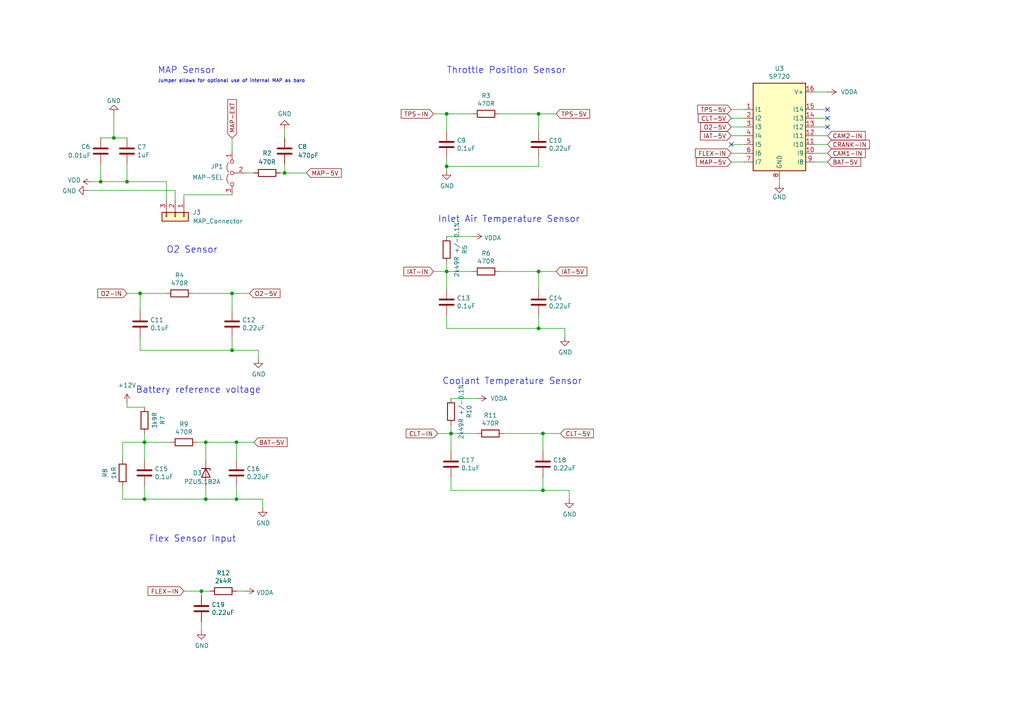
<source format=kicad_sch>
(kicad_sch (version 20211123) (generator eeschema)
  (paper "A4")
  (title_block (title "Speeduino board for Teensy 4.1") (date "2023-01-07") (rev "6") (company "Fontys Eindhoven EXPO group 13 || Speeduino") (comment 1 "Adapted from Speeduino V0.4.4c board"))
  (lib_symbols
    (symbol "Connector_Generic:Conn_01x03" (pin_names (offset 1.016) hide)
      (property "Reference" "J" (at 0 5.08 0))
      (property "Value" "Conn_01x03" (at 0 -5.08 0))
      (symbol "Conn_01x03_1_1"
        (rectangle (start -1.27 -2.413) (end 0 -2.667) (stroke (width 0.1524)))
        (rectangle (start -1.27 0.127) (end 0 -0.127) (stroke (width 0.1524)))
        (rectangle (start -1.27 2.667) (end 0 2.413) (stroke (width 0.1524)))
        (rectangle (start -1.27 3.81) (end 1.27 -3.81) (stroke (width 0.254)) (fill (type background)))
        (pin passive line (at -5.08 2.54 0) (length 3.81) (name "Pin_1") (number "1"))
        (pin passive line (at -5.08 0 0) (length 3.81) (name "Pin_2") (number "2"))
        (pin passive line (at -5.08 -2.54 0) (length 3.81) (name "Pin_3") (number "3"))
      )
    )
    (symbol "Device:C" (pin_numbers hide) (pin_names (offset 0.254))
      (property "Reference" "C" (at 0.635 2.54 0))
      (property "Value" "C" (at 0.635 -2.54 0))
      (symbol "C_0_1"
        (polyline (pts (xy -2.032 -0.762) (xy 2.032 -0.762)) (stroke (width 0.508)))
        (polyline (pts (xy -2.032 0.762) (xy 2.032 0.762)) (stroke (width 0.508)))
      )
      (symbol "C_1_1"
        (pin passive line (at 0 3.81 270) (length 2.794) (name "~") (number "1"))
        (pin passive line (at 0 -3.81 90) (length 2.794) (name "~") (number "2"))
      )
    )
    (symbol "Device:D_Zener" (pin_numbers hide) (pin_names (offset 1.016) hide)
      (property "Reference" "D" (at 0 2.54 0))
      (property "Value" "D_Zener" (at 0 -2.54 0))
      (symbol "D_Zener_0_1"
        (polyline (pts (xy 1.27 0) (xy -1.27 0)))
        (polyline (pts (xy -1.27 -1.27) (xy -1.27 1.27) (xy -0.762 1.27)) (stroke (width 0.254)))
        (polyline (pts (xy 1.27 -1.27) (xy 1.27 1.27) (xy -1.27 0) (xy 1.27 -1.27)) (stroke (width 0.254)))
      )
      (symbol "D_Zener_1_1"
        (pin passive line (at -3.81 0 0) (length 2.54) (name "K") (number "1"))
        (pin passive line (at 3.81 0 180) (length 2.54) (name "A") (number "2"))
      )
    )
    (symbol "Device:R" (pin_numbers hide) (pin_names (offset 0))
      (property "Reference" "R" (at 2.032 0 90))
      (property "Value" "R" (at 0 0 90))
      (symbol "R_0_1"
        (rectangle (start -1.016 -2.54) (end 1.016 2.54) (stroke (width 0.254)))
      )
      (symbol "R_1_1"
        (pin passive line (at 0 3.81 270) (length 1.27) (name "~") (number "1"))
        (pin passive line (at 0 -3.81 90) (length 1.27) (name "~") (number "2"))
      )
    )
    (symbol "Jumper:Jumper_3_Open" (pin_names (offset 0) hide)
      (property "Reference" "JP" (at -2.54 -2.54 0))
      (property "Value" "Jumper_3_Open" (at 0 2.794 0))
      (symbol "Jumper_3_Open_0_0"
        (circle (center -3.302 0) (radius 0.508))
        (circle (center 0 0) (radius 0.508))
        (circle (center 3.302 0) (radius 0.508))
      )
      (symbol "Jumper_3_Open_0_1"
        (arc (start -0.254 1.016) (mid -1.651 1.4992) (end -3.048 1.016))
        (polyline (pts (xy 0 -0.508) (xy 0 -1.27)))
        (arc (start 3.048 1.016) (mid 1.651 1.4992) (end 0.254 1.016))
      )
      (symbol "Jumper_3_Open_1_1"
        (pin passive line (at -6.35 0 0) (length 2.54) (name "A") (number "1"))
        (pin passive line (at 0 -3.81 90) (length 2.54) (name "C") (number "2"))
        (pin passive line (at 6.35 0 180) (length 2.54) (name "B") (number "3"))
      )
    )
    (symbol "Speeduino-lib:SP720-IC_Automotive"
      (property "Reference" "U3" (at 0 16.9418 0))
      (property "Value" "SP720-IC_Automotive" (at 0 14.6304 0))
      (symbol "SP720-IC_Automotive_0_1"
        (rectangle (start -7.62 -12.7) (end 7.62 12.7) (stroke (width 0.254)) (fill (type background)))
      )
      (symbol "SP720-IC_Automotive_1_1"
        (pin input line (at -10.16 5.08 0) (length 2.54) (name "I1") (number "1"))
        (pin input line (at 10.16 -7.62 180) (length 2.54) (name "I9") (number "10"))
        (pin input line (at 10.16 -5.08 180) (length 2.54) (name "I10") (number "11"))
        (pin input line (at 10.16 -2.54 180) (length 2.54) (name "I11") (number "12"))
        (pin input line (at 10.16 0 180) (length 2.54) (name "I12") (number "13"))
        (pin open_collector line (at 10.16 2.54 180) (length 2.54) (name "I13") (number "14"))
        (pin input line (at 10.16 5.08 180) (length 2.54) (name "I14") (number "15"))
        (pin power_in line (at 10.16 10.16 180) (length 2.54) (name "V+") (number "16"))
        (pin input line (at -10.16 2.54 0) (length 2.54) (name "I2") (number "2"))
        (pin input line (at -10.16 0 0) (length 2.54) (name "I3") (number "3"))
        (pin input line (at -10.16 -2.54 0) (length 2.54) (name "I4") (number "4"))
        (pin input line (at -10.16 -5.08 0) (length 2.54) (name "I5") (number "5"))
        (pin input line (at -10.16 -7.62 0) (length 2.54) (name "I6") (number "6"))
        (pin input line (at -10.16 -10.16 0) (length 2.54) (name "I7") (number "7"))
        (pin power_in line (at 0 -15.24 90) (length 2.54) (name "GND") (number "8"))
        (pin input line (at 10.16 -10.16 180) (length 2.54) (name "I8") (number "9"))
      )
    )
    (symbol "power:+12V" (power) (pin_names (offset 0))
      (property "Value" "+12V" (at 0 3.556 0))
      (symbol "+12V_0_1"
        (polyline (pts (xy -0.762 1.27) (xy 0 2.54)))
        (polyline (pts (xy 0 0) (xy 0 2.54)))
        (polyline (pts (xy 0 2.54) (xy 0.762 1.27)))
      )
      (symbol "+12V_1_1"
        (pin power_in line (at 0 0 90) (length 0) hide (name "+12V") (number "1"))
      )
    )
    (symbol "power:GND" (power) (pin_names (offset 0))
      (property "Value" "GND" (at 0 -3.81 0))
      (symbol "GND_0_1"
        (polyline (pts (xy 0 0) (xy 0 -1.27) (xy 1.27 -1.27) (xy 0 -2.54) (xy -1.27 -1.27) (xy 0 -1.27)))
      )
      (symbol "GND_1_1"
        (pin power_in line (at 0 0 270) (length 0) hide (name "GND") (number "1"))
      )
    )
    (symbol "power:VDD" (power) (pin_names (offset 0))
      (property "Value" "VDD" (at 0 3.81 0))
      (symbol "VDD_0_1"
        (polyline (pts (xy -0.762 1.27) (xy 0 2.54)))
        (polyline (pts (xy 0 0) (xy 0 2.54)))
        (polyline (pts (xy 0 2.54) (xy 0.762 1.27)))
      )
      (symbol "VDD_1_1"
        (pin power_in line (at 0 0 90) (length 0) hide (name "VDD") (number "1"))
      )
    )
    (symbol "power:VDDA" (power) (pin_names (offset 0))
      (property "Value" "VDDA" (at 0 3.81 0))
      (symbol "VDDA_0_1"
        (polyline (pts (xy -0.762 1.27) (xy 0 2.54)))
        (polyline (pts (xy 0 0) (xy 0 2.54)))
        (polyline (pts (xy 0 2.54) (xy 0.762 1.27)))
      )
      (symbol "VDDA_1_1"
        (pin power_in line (at 0 0 90) (length 0) hide (name "VDDA") (number "1"))
      )
    )
  )
  (junction (at 156.21 95.25))
  (junction (at 129.54 78.74))
  (junction (at 58.42 171.45))
  (junction (at 36.83 52.705))
  (junction (at 68.58 128.27))
  (junction (at 41.91 144.78))
  (junction (at 156.21 78.74))
  (junction (at 59.69 144.78))
  (junction (at 67.31 85.09))
  (junction (at 157.48 142.24))
  (junction (at 157.48 125.73))
  (junction (at 82.55 50.165))
  (junction (at 29.21 52.705))
  (junction (at 41.91 128.27))
  (junction (at 59.69 128.27))
  (junction (at 67.31 101.6))
  (junction (at 129.54 33.02))
  (junction (at 156.21 33.02))
  (junction (at 33.02 40.005))
  (junction (at 130.81 125.73))
  (junction (at 40.64 85.09))
  (junction (at 129.54 48.26))
  (junction (at 68.58 144.78))
  (no_connect (at 240.03 34.29))
  (no_connect (at 240.03 31.75))
  (no_connect (at 240.03 36.83))
  (no_connect (at 212.09 41.91))
  (wire (pts (xy 40.64 101.6) (xy 67.31 101.6)))
  (wire (pts (xy 59.69 128.27) (xy 68.58 128.27)))
  (wire (pts (xy 130.81 138.43) (xy 130.81 142.24)))
  (wire (pts (xy 58.42 172.72) (xy 58.42 171.45)))
  (wire (pts (xy 48.26 57.785) (xy 48.26 52.705)))
  (wire (pts (xy 156.21 78.74) (xy 156.21 83.82)))
  (wire (pts (xy 129.54 45.72) (xy 129.54 48.26)))
  (wire (pts (xy 67.31 97.79) (xy 67.31 101.6)))
  (wire (pts (xy 212.09 41.91) (xy 215.9 41.91)))
  (wire (pts (xy 163.83 95.25) (xy 163.83 97.79)))
  (wire (pts (xy 236.22 39.37) (xy 240.03 39.37)))
  (wire (pts (xy 48.26 52.705) (xy 36.83 52.705)))
  (wire (pts (xy 74.93 101.6) (xy 74.93 104.14)))
  (wire (pts (xy 162.56 125.73) (xy 157.48 125.73)))
  (wire (pts (xy 129.54 95.25) (xy 156.21 95.25)))
  (wire (pts (xy 129.54 33.02) (xy 137.16 33.02)))
  (wire (pts (xy 156.21 91.44) (xy 156.21 95.25)))
  (wire (pts (xy 59.69 140.97) (xy 59.69 144.78)))
  (wire (pts (xy 212.09 36.83) (xy 215.9 36.83)))
  (wire (pts (xy 68.58 128.27) (xy 68.58 133.35)))
  (wire (pts (xy 25.4 55.245) (xy 50.8 55.245)))
  (wire (pts (xy 50.8 55.245) (xy 50.8 57.785)))
  (wire (pts (xy 129.54 48.26) (xy 129.54 49.53)))
  (wire (pts (xy 215.9 44.45) (xy 212.09 44.45)))
  (wire (pts (xy 40.64 97.79) (xy 40.64 101.6)))
  (wire (pts (xy 36.83 52.705) (xy 36.83 47.625)))
  (wire (pts (xy 129.54 83.82) (xy 129.54 78.74)))
  (wire (pts (xy 36.83 118.11) (xy 41.91 118.11)))
  (wire (pts (xy 156.21 45.72) (xy 156.21 48.26)))
  (wire (pts (xy 240.03 31.75) (xy 236.22 31.75)))
  (wire (pts (xy 68.58 144.78) (xy 76.2 144.78)))
  (wire (pts (xy 129.54 76.2) (xy 129.54 78.74)))
  (wire (pts (xy 156.21 38.1) (xy 156.21 33.02)))
  (wire (pts (xy 53.34 57.785) (xy 53.34 56.515)))
  (wire (pts (xy 35.56 133.35) (xy 35.56 128.27)))
  (wire (pts (xy 40.64 85.09) (xy 48.26 85.09)))
  (wire (pts (xy 71.12 50.165) (xy 73.66 50.165)))
  (wire (pts (xy 138.43 115.57) (xy 130.81 115.57)))
  (wire (pts (xy 35.56 144.78) (xy 41.91 144.78)))
  (wire (pts (xy 29.21 52.705) (xy 36.83 52.705)))
  (wire (pts (xy 26.67 52.705) (xy 29.21 52.705)))
  (wire (pts (xy 36.83 85.09) (xy 40.64 85.09)))
  (wire (pts (xy 76.2 144.78) (xy 76.2 147.32)))
  (wire (pts (xy 144.78 78.74) (xy 156.21 78.74)))
  (wire (pts (xy 58.42 171.45) (xy 53.34 171.45)))
  (wire (pts (xy 41.91 125.73) (xy 41.91 128.27)))
  (wire (pts (xy 157.48 138.43) (xy 157.48 142.24)))
  (wire (pts (xy 129.54 38.1) (xy 129.54 33.02)))
  (wire (pts (xy 33.02 33.02) (xy 33.02 40.005)))
  (wire (pts (xy 41.91 133.35) (xy 41.91 128.27)))
  (wire (pts (xy 68.58 171.45) (xy 71.12 171.45)))
  (wire (pts (xy 68.58 140.97) (xy 68.58 144.78)))
  (wire (pts (xy 130.81 142.24) (xy 157.48 142.24)))
  (wire (pts (xy 240.03 26.67) (xy 236.22 26.67)))
  (wire (pts (xy 33.02 40.005) (xy 36.83 40.005)))
  (wire (pts (xy 35.56 140.97) (xy 35.56 144.78)))
  (wire (pts (xy 82.55 50.165) (xy 82.55 47.625)))
  (wire (pts (xy 226.06 53.34) (xy 226.06 52.07)))
  (wire (pts (xy 73.66 128.27) (xy 68.58 128.27)))
  (wire (pts (xy 125.73 33.02) (xy 129.54 33.02)))
  (wire (pts (xy 236.22 44.45) (xy 240.03 44.45)))
  (wire (pts (xy 236.22 34.29) (xy 240.03 34.29)))
  (wire (pts (xy 81.28 50.165) (xy 82.55 50.165)))
  (wire (pts (xy 41.91 128.27) (xy 49.53 128.27)))
  (wire (pts (xy 59.69 144.78) (xy 68.58 144.78)))
  (wire (pts (xy 82.55 50.165) (xy 88.9 50.165)))
  (wire (pts (xy 157.48 142.24) (xy 165.1 142.24)))
  (wire (pts (xy 60.96 171.45) (xy 58.42 171.45)))
  (wire (pts (xy 58.42 182.88) (xy 58.42 180.34)))
  (wire (pts (xy 29.21 40.005) (xy 33.02 40.005)))
  (wire (pts (xy 36.83 116.84) (xy 36.83 118.11)))
  (wire (pts (xy 212.09 46.99) (xy 215.9 46.99)))
  (wire (pts (xy 67.31 101.6) (xy 74.93 101.6)))
  (wire (pts (xy 161.29 78.74) (xy 156.21 78.74)))
  (wire (pts (xy 165.1 142.24) (xy 165.1 144.78)))
  (wire (pts (xy 157.48 125.73) (xy 157.48 130.81)))
  (wire (pts (xy 53.34 56.515) (xy 67.31 56.515)))
  (wire (pts (xy 129.54 91.44) (xy 129.54 95.25)))
  (wire (pts (xy 35.56 128.27) (xy 41.91 128.27)))
  (wire (pts (xy 82.55 40.005) (xy 82.55 37.465)))
  (wire (pts (xy 156.21 33.02) (xy 161.29 33.02)))
  (wire (pts (xy 215.9 34.29) (xy 212.09 34.29)))
  (wire (pts (xy 40.64 90.17) (xy 40.64 85.09)))
  (wire (pts (xy 67.31 40.005) (xy 67.31 43.815)))
  (wire (pts (xy 240.03 41.91) (xy 236.22 41.91)))
  (wire (pts (xy 215.9 39.37) (xy 212.09 39.37)))
  (wire (pts (xy 72.39 85.09) (xy 67.31 85.09)))
  (wire (pts (xy 130.81 123.19) (xy 130.81 125.73)))
  (wire (pts (xy 41.91 144.78) (xy 59.69 144.78)))
  (wire (pts (xy 57.15 128.27) (xy 59.69 128.27)))
  (wire (pts (xy 137.16 68.58) (xy 129.54 68.58)))
  (wire (pts (xy 130.81 125.73) (xy 138.43 125.73)))
  (wire (pts (xy 41.91 140.97) (xy 41.91 144.78)))
  (wire (pts (xy 212.09 31.75) (xy 215.9 31.75)))
  (wire (pts (xy 240.03 46.99) (xy 236.22 46.99)))
  (wire (pts (xy 67.31 85.09) (xy 67.31 90.17)))
  (wire (pts (xy 146.05 125.73) (xy 157.48 125.73)))
  (wire (pts (xy 127 125.73) (xy 130.81 125.73)))
  (wire (pts (xy 125.73 78.74) (xy 129.54 78.74)))
  (wire (pts (xy 29.21 52.705) (xy 29.21 47.625)))
  (wire (pts (xy 129.54 78.74) (xy 137.16 78.74)))
  (wire (pts (xy 240.03 36.83) (xy 236.22 36.83)))
  (wire (pts (xy 59.69 133.35) (xy 59.69 128.27)))
  (wire (pts (xy 156.21 95.25) (xy 163.83 95.25)))
  (wire (pts (xy 129.54 48.26) (xy 156.21 48.26)))
  (wire (pts (xy 55.88 85.09) (xy 67.31 85.09)))
  (wire (pts (xy 144.78 33.02) (xy 156.21 33.02)))
  (wire (pts (xy 130.81 130.81) (xy 130.81 125.73)))
  (text "Coolant Temperature Sensor" (at 128.27 111.76 0) (effects (font (size 1.8796 1.8796)) (justify left bottom)))
  (text "Battery reference voltage" (at 39.37 114.3 0) (effects (font (size 1.8796 1.8796)) (justify left bottom)))
  (text "Inlet Air Temperature Sensor" (at 127 64.77 0) (effects (font (size 1.8796 1.8796)) (justify left bottom)))
  (text "Flex Sensor Input" (at 43.18 157.48 0) (effects (font (size 1.8796 1.8796)) (justify left bottom)))
  (text "O2 Sensor" (at 48.26 73.66 0) (effects (font (size 1.8796 1.8796)) (justify left bottom)))
  (text "Jumper allows for optional use of internal MAP as baro" (at 45.72 24.13 0) (effects (font (size 0.9906 0.9906)) (justify left bottom)))
  (text "Throttle Position Sensor" (at 129.54 21.59 0) (effects (font (size 1.8796 1.8796)) (justify left bottom)))
  (text "MAP Sensor" (at 45.72 21.59 0) (effects (font (size 1.8796 1.8796)) (justify left bottom)))
  (global_label "O2-5V" (shape input) (at 72.39 85.09 0) (property "Intersheet References" "${INTERSHEET_REFS}" (effects hide)))
  (global_label "FLEX-IN" (shape input) (at 53.34 171.45 180) (property "Intersheet References" "${INTERSHEET_REFS}" (effects hide)))
  (global_label "IAT-5V" (shape input) (at 161.29 78.74 0) (property "Intersheet References" "${INTERSHEET_REFS}" (effects hide)))
  (global_label "TPS-5V" (shape input) (at 212.09 31.75 180) (property "Intersheet References" "${INTERSHEET_REFS}" (effects hide)))
  (global_label "FLEX-IN" (shape input) (at 212.09 44.45 180) (property "Intersheet References" "${INTERSHEET_REFS}" (effects hide)))
  (global_label "CLT-5V" (shape input) (at 162.56 125.73 0) (property "Intersheet References" "${INTERSHEET_REFS}" (effects hide)))
  (global_label "CAM2-IN" (shape input) (at 240.03 39.37 0) (property "Intersheet References" "${INTERSHEET_REFS}" (effects hide)))
  (global_label "CLT-IN" (shape input) (at 127 125.73 180) (property "Intersheet References" "${INTERSHEET_REFS}" (effects hide)))
  (global_label "MAP-5V" (shape input) (at 212.09 46.99 180) (property "Intersheet References" "${INTERSHEET_REFS}" (effects hide)))
  (global_label "IAT-IN" (shape input) (at 125.73 78.74 180) (property "Intersheet References" "${INTERSHEET_REFS}" (effects hide)))
  (global_label "BAT-5V" (shape input) (at 73.66 128.27 0) (property "Intersheet References" "${INTERSHEET_REFS}" (effects hide)))
  (global_label "O2-5V" (shape input) (at 212.09 36.83 180) (property "Intersheet References" "${INTERSHEET_REFS}" (effects hide)))
  (global_label "CRANK-IN" (shape input) (at 240.03 41.91 0) (property "Intersheet References" "${INTERSHEET_REFS}" (effects hide)))
  (global_label "CAM1-IN" (shape input) (at 240.03 44.45 0) (property "Intersheet References" "${INTERSHEET_REFS}" (effects hide)))
  (global_label "MAP-EXT" (shape input) (at 67.31 40.005 90) (property "Intersheet References" "${INTERSHEET_REFS}" (effects hide)))
  (global_label "TPS-IN" (shape input) (at 125.73 33.02 180) (property "Intersheet References" "${INTERSHEET_REFS}" (effects hide)))
  (global_label "CLT-5V" (shape input) (at 212.09 34.29 180) (property "Intersheet References" "${INTERSHEET_REFS}" (effects hide)))
  (global_label "O2-IN" (shape input) (at 36.83 85.09 180) (property "Intersheet References" "${INTERSHEET_REFS}" (effects hide)))
  (global_label "MAP-5V" (shape input) (at 88.9 50.165 0) (property "Intersheet References" "${INTERSHEET_REFS}" (effects hide)))
  (global_label "BAT-5V" (shape input) (at 240.03 46.99 0) (property "Intersheet References" "${INTERSHEET_REFS}" (effects hide)))
  (global_label "IAT-5V" (shape input) (at 212.09 39.37 180) (property "Intersheet References" "${INTERSHEET_REFS}" (effects hide)))
  (global_label "TPS-5V" (shape input) (at 161.29 33.02 0) (property "Intersheet References" "${INTERSHEET_REFS}" (effects hide)))
  (symbol (lib_id "power:GND") (at 25.4 55.245 270) (unit 1)
    (property "Reference" "#PWR0143" (effects hide))
    (property "Value" "GND" (at 22.1488 55.372 90) (effects (justify right)))
  )
  (symbol (lib_id "Device:C") (at 29.21 43.815 0) (unit 1)
    (property "Reference" "C6" (at 23.495 42.545 0) (effects (justify left)))
    (property "Value" "0.01uF" (at 19.685 45.085 0) (effects (justify left)))
    (property "Footprint" "Capacitor_SMD:C_0805_2012Metric" (effects hide))
    (property "Digikey Part Number" "3019937" (effects hide))
    (property "Manufacturer_Name" "Yageo" (effects hide))
    (property "Manufacturer_Part_Number" "CC0805KRX7R9BB103" (effects hide))
    (property "URL" "https://nl.farnell.com/yageo/cc0805krx7r9bb103/cap-0-01-f-50v-10-x7r-0805/dp/3019937" (effects hide))
  )
  (symbol (lib_id "Device:C") (at 36.83 43.815 0) (unit 1)
    (property "Reference" "C7" (at 39.751 42.6466 0) (effects (justify left)))
    (property "Value" "1uF" (at 39.751 44.958 0) (effects (justify left)))
    (property "Footprint" "Capacitor_SMD:C_0805_2012Metric" (effects hide))
    (property "Digikey Part Number" "3369302" (effects hide))
    (property "Manufacturer_Name" "Yageo" (effects hide))
    (property "Manufacturer_Part_Number" "CC0805KKX7R7BB105" (effects hide))
    (property "URL" "https://nl.farnell.com/yageo/cc0805kkx7r7bb105/cap-1uf-16v-mlcc-0805/dp/3369302?st=cc0805kkx7r7bb105" (effects hide))
  )
  (symbol (lib_id "Speeduino-lib:SP720-IC_Automotive") (at 226.06 36.83 0) (unit 1)
    (property "Reference" "U3" (at 226.06 19.8882 0))
    (property "Value" "SP720" (at 226.06 22.1996 0))
    (property "Footprint" "Package_SO:SOIC-16_3.9x9.9mm_P1.27mm" (effects hide))
    (property "Digikey Part Number" "1869378" (effects hide))
    (property "Manufacturer_Name" "Littelfuse" (effects hide))
    (property "Manufacturer_Part_Number" "SP720ABG" (effects hide))
    (property "URL" "https://nl.farnell.com/littelfuse/sp720abg/diode-tvs-esd-14-ch-16soic/dp/1869378?st=sp720" (effects hide))
  )
  (symbol (lib_id "Device:R") (at 52.07 85.09 270) (unit 1)
    (property "Reference" "R4" (at 52.07 79.8322 90))
    (property "Value" "470R" (at 52.07 82.1436 90))
    (property "Footprint" "Resistor_SMD:R_0805_2012Metric" (effects hide))
    (property "Manufacturer_Name" "Walsin" (effects hide))
    (property "Manufacturer_Part_Number" "WF08P4700FTL" (effects hide))
    (property "URL" "https://nl.farnell.com/walsin/wf08p4700ftl/res-470r-1-0-25w-0805-thick-film/dp/2670094" (effects hide))
    (property "Digikey Part Number" "2670094" (effects hide))
  )
  (symbol (lib_id "Device:C") (at 67.31 93.98 0) (unit 1)
    (property "Reference" "C12" (at 70.231 92.8116 0) (effects (justify left)))
    (property "Value" "0.22uF" (at 70.231 95.123 0) (effects (justify left)))
    (property "Footprint" "Capacitor_SMD:C_0805_2012Metric" (effects hide))
    (property "Digikey Part Number" "3881054" (effects hide))
    (property "Manufacturer_Name" "Walsin" (effects hide))
    (property "Manufacturer_Part_Number" "0805B224M160CP" (effects hide))
    (property "URL" "https://nl.farnell.com/walsin/0805b224m160cp/cap-0-22uf-16v-mlcc-0805/dp/3881054" (effects hide))
  )
  (symbol (lib_id "Device:C") (at 40.64 93.98 0) (unit 1)
    (property "Reference" "C11" (at 43.561 92.8116 0) (effects (justify left)))
    (property "Value" "0.1uF" (at 43.561 95.123 0) (effects (justify left)))
    (property "Footprint" "Capacitor_SMD:C_0805_2012Metric" (effects hide))
    (property "Digikey Part Number" "3296136" (effects hide))
    (property "Manufacturer_Name" "Vishay" (effects hide))
    (property "Manufacturer_Part_Number" "VJ0805Y104KXAPW1BC" (effects hide))
    (property "URL" "https://nl.farnell.com/vishay/vj0805y104kxapw1bc/cap-0-1uf-50v-mlcc-0805/dp/3296136" (effects hide))
  )
  (symbol (lib_id "power:GND") (at 74.93 104.14 0) (unit 1)
    (property "Reference" "#PWR0151" (effects hide))
    (property "Value" "GND" (at 75.057 108.5342 0))
  )
  (symbol (lib_id "Device:R") (at 140.97 33.02 270) (unit 1)
    (property "Reference" "R3" (at 140.97 27.7622 90))
    (property "Value" "470R" (at 140.97 30.0736 90))
    (property "Footprint" "Resistor_SMD:R_0805_2012Metric" (effects hide))
    (property "Manufacturer_Name" "Walsin" (effects hide))
    (property "Manufacturer_Part_Number" "WF08P4700FTL" (effects hide))
    (property "URL" "https://nl.farnell.com/walsin/wf08p4700ftl/res-470r-1-0-25w-0805-thick-film/dp/2670094" (effects hide))
    (property "Digikey Part Number" "2670094" (effects hide))
  )
  (symbol (lib_id "Device:C") (at 129.54 41.91 0) (unit 1)
    (property "Reference" "C9" (at 132.461 40.7416 0) (effects (justify left)))
    (property "Value" "0.1uF" (at 132.461 43.053 0) (effects (justify left)))
    (property "Footprint" "Capacitor_SMD:C_0805_2012Metric" (effects hide))
    (property "Digikey Part Number" "3296136" (effects hide))
    (property "Manufacturer_Name" "Vishay" (effects hide))
    (property "Manufacturer_Part_Number" "VJ0805Y104KXAPW1BC" (effects hide))
    (property "URL" "https://nl.farnell.com/vishay/vj0805y104kxapw1bc/cap-0-1uf-50v-mlcc-0805/dp/3296136" (effects hide))
  )
  (symbol (lib_id "power:GND") (at 129.54 49.53 0) (unit 1)
    (property "Reference" "#PWR0146" (effects hide))
    (property "Value" "GND" (at 129.667 53.9242 0))
  )
  (symbol (lib_id "Device:R") (at 140.97 78.74 270) (unit 1)
    (property "Reference" "R6" (at 140.97 73.4822 90))
    (property "Value" "470R" (at 140.97 75.7936 90))
    (property "Footprint" "Resistor_SMD:R_0805_2012Metric" (effects hide))
    (property "Manufacturer_Name" "Walsin" (effects hide))
    (property "Manufacturer_Part_Number" "WF08P4700FTL" (effects hide))
    (property "URL" "https://nl.farnell.com/walsin/wf08p4700ftl/res-470r-1-0-25w-0805-thick-film/dp/2670094" (effects hide))
    (property "Digikey Part Number" "2670094" (effects hide))
  )
  (symbol (lib_id "Device:C") (at 156.21 87.63 0) (unit 1)
    (property "Reference" "C14" (at 159.131 86.4616 0) (effects (justify left)))
    (property "Value" "0.22uF" (at 159.131 88.773 0) (effects (justify left)))
    (property "Footprint" "Capacitor_SMD:C_0805_2012Metric" (effects hide))
    (property "Digikey Part Number" "3881054" (effects hide))
    (property "Manufacturer_Name" "Walsin" (effects hide))
    (property "Manufacturer_Part_Number" "0805B224M160CP" (effects hide))
    (property "URL" "https://nl.farnell.com/walsin/0805b224m160cp/cap-0-22uf-16v-mlcc-0805/dp/3881054" (effects hide))
  )
  (symbol (lib_id "Device:C") (at 129.54 87.63 0) (unit 1)
    (property "Reference" "C13" (at 132.461 86.4616 0) (effects (justify left)))
    (property "Value" "0.1uF" (at 132.461 88.773 0) (effects (justify left)))
    (property "Footprint" "Capacitor_SMD:C_0805_2012Metric" (effects hide))
    (property "Digikey Part Number" "3296136" (effects hide))
    (property "Manufacturer_Name" "Vishay" (effects hide))
    (property "Manufacturer_Part_Number" "VJ0805Y104KXAPW1BC" (effects hide))
    (property "URL" "https://nl.farnell.com/vishay/vj0805y104kxapw1bc/cap-0-1uf-50v-mlcc-0805/dp/3296136" (effects hide))
  )
  (symbol (lib_id "power:GND") (at 163.83 97.79 0) (unit 1)
    (property "Reference" "#PWR0148" (effects hide))
    (property "Value" "GND" (at 163.957 102.1842 0))
  )
  (symbol (lib_id "Device:R") (at 129.54 72.39 180) (unit 1)
    (property "Reference" "R5" (at 134.7978 72.39 90))
    (property "Value" "2k49R +/-0.1%" (at 132.4864 72.39 90))
    (property "Footprint" "Resistor_SMD:R_0805_2012Metric" (effects hide))
    (property "Digikey Part Number" "4014068" (effects hide))
    (property "Manufacturer_Name" "Yageo" (effects hide))
    (property "Manufacturer_Part_Number" "RT0805BRD072K49L" (effects hide))
    (property "URL" "https://nl.farnell.com/yageo/rt0805brd072k49l/res-2k49-0-1-0-125w-thin-film/dp/4014068" (effects hide))
  )
  (symbol (lib_id "power:VDDA") (at 137.16 68.58 270) (unit 1)
    (property "Reference" "#PWR0149" (effects hide))
    (property "Value" "VDDA" (at 140.4112 69.0118 90) (effects (justify left)))
  )
  (symbol (lib_id "Device:R") (at 142.24 125.73 270) (unit 1)
    (property "Reference" "R11" (at 142.24 120.4722 90))
    (property "Value" "470R" (at 142.24 122.7836 90))
    (property "Footprint" "Resistor_SMD:R_0805_2012Metric" (effects hide))
    (property "Manufacturer_Name" "Walsin" (effects hide))
    (property "Manufacturer_Part_Number" "WF08P4700FTL" (effects hide))
    (property "URL" "https://nl.farnell.com/walsin/wf08p4700ftl/res-470r-1-0-25w-0805-thick-film/dp/2670094" (effects hide))
    (property "Digikey Part Number" "2670094" (effects hide))
  )
  (symbol (lib_id "Device:C") (at 157.48 134.62 0) (unit 1)
    (property "Reference" "C18" (at 160.401 133.4516 0) (effects (justify left)))
    (property "Value" "0.22uF" (at 160.401 135.763 0) (effects (justify left)))
    (property "Footprint" "Capacitor_SMD:C_0805_2012Metric" (effects hide))
    (property "Digikey Part Number" "3881054" (effects hide))
    (property "Manufacturer_Name" "Walsin" (effects hide))
    (property "Manufacturer_Part_Number" "0805B224M160CP" (effects hide))
    (property "URL" "https://nl.farnell.com/walsin/0805b224m160cp/cap-0-22uf-16v-mlcc-0805/dp/3881054" (effects hide))
  )
  (symbol (lib_id "Device:C") (at 130.81 134.62 0) (unit 1)
    (property "Reference" "C17" (at 133.731 133.4516 0) (effects (justify left)))
    (property "Value" "0.1uF" (at 133.731 135.763 0) (effects (justify left)))
    (property "Footprint" "Capacitor_SMD:C_0805_2012Metric" (effects hide))
    (property "Digikey Part Number" "3296136" (effects hide))
    (property "Manufacturer_Name" "Vishay" (effects hide))
    (property "Manufacturer_Part_Number" "VJ0805Y104KXAPW1BC" (effects hide))
    (property "URL" "https://nl.farnell.com/vishay/vj0805y104kxapw1bc/cap-0-1uf-50v-mlcc-0805/dp/3296136" (effects hide))
  )
  (symbol (lib_id "power:GND") (at 165.1 144.78 0) (unit 1)
    (property "Reference" "#PWR0141" (effects hide))
    (property "Value" "GND" (at 165.227 149.1742 0))
  )
  (symbol (lib_id "Device:R") (at 130.81 119.38 180) (unit 1)
    (property "Reference" "R10" (at 136.0678 119.38 90))
    (property "Value" "2k49R +/-0.1%" (at 133.7564 119.38 90))
    (property "Footprint" "Resistor_SMD:R_0805_2012Metric" (effects hide))
    (property "Digikey Part Number" "4014068" (effects hide))
    (property "Manufacturer_Name" "Yageo" (effects hide))
    (property "Manufacturer_Part_Number" "RT0805BRD072K49L" (effects hide))
    (property "URL" "https://nl.farnell.com/yageo/rt0805brd072k49l/res-2k49-0-1-0-125w-thin-film/dp/4014068" (effects hide))
  )
  (symbol (lib_id "Device:R") (at 53.34 128.27 270) (unit 1)
    (property "Reference" "R9" (at 53.34 123.0122 90))
    (property "Value" "470R" (at 53.34 125.3236 90))
    (property "Footprint" "Resistor_SMD:R_0805_2012Metric" (effects hide))
    (property "Manufacturer_Name" "Walsin" (effects hide))
    (property "Manufacturer_Part_Number" "WF08P4700FTL" (effects hide))
    (property "URL" "https://nl.farnell.com/walsin/wf08p4700ftl/res-470r-1-0-25w-0805-thick-film/dp/2670094" (effects hide))
    (property "Digikey Part Number" "2670094" (effects hide))
  )
  (symbol (lib_id "Device:C") (at 68.58 137.16 0) (unit 1)
    (property "Reference" "C16" (at 71.501 135.9916 0) (effects (justify left)))
    (property "Value" "0.22uF" (at 71.501 138.303 0) (effects (justify left)))
    (property "Footprint" "Capacitor_SMD:C_0805_2012Metric" (effects hide))
    (property "Digikey Part Number" "3881054" (effects hide))
    (property "Manufacturer_Name" "Walsin" (effects hide))
    (property "Manufacturer_Part_Number" "0805B224M160CP" (effects hide))
    (property "URL" "https://nl.farnell.com/walsin/0805b224m160cp/cap-0-22uf-16v-mlcc-0805/dp/3881054" (effects hide))
  )
  (symbol (lib_id "Device:C") (at 41.91 137.16 0) (unit 1)
    (property "Reference" "C15" (at 44.831 135.9916 0) (effects (justify left)))
    (property "Value" "0.1uF" (at 44.831 138.303 0) (effects (justify left)))
    (property "Footprint" "Capacitor_SMD:C_0805_2012Metric" (effects hide))
    (property "Digikey Part Number" "3296136" (effects hide))
    (property "Manufacturer_Name" "Vishay" (effects hide))
    (property "Manufacturer_Part_Number" "VJ0805Y104KXAPW1BC" (effects hide))
    (property "URL" "https://nl.farnell.com/vishay/vj0805y104kxapw1bc/cap-0-1uf-50v-mlcc-0805/dp/3296136" (effects hide))
  )
  (symbol (lib_id "power:GND") (at 76.2 147.32 0) (unit 1)
    (property "Reference" "#PWR0140" (effects hide))
    (property "Value" "GND" (at 76.327 151.7142 0))
  )
  (symbol (lib_id "Device:R") (at 41.91 121.92 180) (unit 1)
    (property "Reference" "R7" (at 47.1678 121.92 90))
    (property "Value" "3k9R" (at 44.8564 121.92 90))
    (property "Footprint" "Resistor_SMD:R_0805_2012Metric" (effects hide))
    (property "Digikey Part Number" "2447654" (effects hide))
    (property "Manufacturer_Name" "Multicomp" (effects hide))
    (property "Manufacturer_Part_Number" "MCWR08X3901FTL" (effects hide))
    (property "URL" "https://nl.farnell.com/multicomp/mcwr08x3901ftl/res-3k9-1-0-125w-thick-film/dp/2447654" (effects hide))
  )
  (symbol (lib_id "Device:R") (at 35.56 137.16 180) (unit 1)
    (property "Reference" "R8" (at 30.48 137.16 90))
    (property "Value" "1kR" (at 33.02 137.16 90))
    (property "Footprint" "Resistor_SMD:R_0402_1005Metric" (effects hide))
    (property "Digikey Part Number" "2502798" (effects hide))
    (property "Manufacturer_Name" "Walsin" (effects hide))
    (property "Manufacturer_Part_Number" "WF04P1001FTL" (effects hide))
    (property "URL" "https://nl.farnell.com/walsin/wf04p1001ftl/res-1k-1-50v-0402-thick-film/dp/2502798" (effects hide))
  )
  (symbol (lib_id "Device:R") (at 64.77 171.45 270) (unit 1)
    (property "Reference" "R12" (at 64.77 166.1922 90))
    (property "Value" "2k4R" (at 64.77 168.5036 90))
    (property "Footprint" "Resistor_SMD:R_0805_2012Metric" (effects hide))
    (property "Digikey Part Number" "2447625" (effects hide))
    (property "Manufacturer_Name" "Multicomp" (effects hide))
    (property "Manufacturer_Part_Number" "MCWR08X2401FTL" (effects hide))
    (property "URL" "https://nl.farnell.com/multicomp/mcwr08x2401ftl/res-2k4-1-0-125w-thick-film/dp/2447625" (effects hide))
  )
  (symbol (lib_id "Device:C") (at 58.42 176.53 0) (unit 1)
    (property "Reference" "C19" (at 61.341 175.3616 0) (effects (justify left)))
    (property "Value" "0.22uF" (at 61.341 177.673 0) (effects (justify left)))
    (property "Footprint" "Capacitor_SMD:C_0805_2012Metric" (effects hide))
    (property "Digikey Part Number" "3881054" (effects hide))
    (property "Manufacturer_Name" "Walsin" (effects hide))
    (property "Manufacturer_Part_Number" "0805B224M160CP" (effects hide))
    (property "URL" "https://nl.farnell.com/walsin/0805b224m160cp/cap-0-22uf-16v-mlcc-0805/dp/3881054" (effects hide))
  )
  (symbol (lib_id "power:GND") (at 58.42 182.88 0) (unit 1)
    (property "Reference" "#PWR0138" (effects hide))
    (property "Value" "GND" (at 58.547 187.2742 0))
  )
  (symbol (lib_id "power:VDD") (at 26.67 52.705 90) (unit 1)
    (property "Reference" "#PWR0144" (effects hide))
    (property "Value" "VDD" (at 23.4442 52.2478 90) (effects (justify left)))
  )
  (symbol (lib_id "power:VDDA") (at 71.12 171.45 270) (unit 1)
    (property "Reference" "#PWR0139" (effects hide))
    (property "Value" "VDDA" (at 74.3712 171.8818 90) (effects (justify left)))
  )
  (symbol (lib_id "Device:D_Zener") (at 59.69 137.16 270) (unit 1)
    (property "Reference" "D3" (at 55.88 137.16 90) (effects (justify left)))
    (property "Value" "PZU5.1B2A" (at 53.34 139.7 90) (effects (justify left)))
    (property "Footprint" "Diode_SMD:D_SOD-323" (effects hide))
    (property "Digikey Part Number" "4126444" (effects hide))
    (property "Manufacturer_Name" "Nexperia" (effects hide))
    (property "Manufacturer_Part_Number" "PZU5.1B2A-QX" (effects hide))
    (property "URL" "https://nl.farnell.com/nexperia/pzu5-1b2a-qx/zener-diode-5-1v-0-49w-sod-323/dp/4126444" (effects hide))
  )
  (symbol (lib_id "power:VDDA") (at 138.43 115.57 270) (unit 1)
    (property "Reference" "#PWR0150" (effects hide))
    (property "Value" "VDDA" (at 142.24 115.5699 90) (effects (justify left)))
  )
  (symbol (lib_id "Device:R") (at 77.47 50.165 90) (unit 1)
    (property "Reference" "R2" (at 77.47 44.45 90))
    (property "Value" "470R" (at 77.47 46.99 90))
    (property "Footprint" "Resistor_SMD:R_0805_2012Metric" (effects hide))
    (property "Digikey Part Number" "2670094" (effects hide))
    (property "Manufacturer_Name" "Walsin" (effects hide))
    (property "Manufacturer_Part_Number" "WF08P4700FTL" (effects hide))
    (property "URL" "https://nl.farnell.com/walsin/wf08p4700ftl/res-470r-1-0-25w-0805-thick-film/dp/2670094" (effects hide))
  )
  (symbol (lib_id "power:+12V") (at 36.83 116.84 0) (unit 1)
    (property "Reference" "#PWR0152" (effects hide))
    (property "Value" "+12V" (at 36.83 111.76 0))
  )
  (symbol (lib_id "power:GND") (at 33.02 33.02 180) (unit 1)
    (property "Reference" "#PWR0145" (effects hide))
    (property "Value" "GND" (at 33.02 29.21 0))
  )
  (symbol (lib_id "power:GND") (at 82.55 37.465 180) (unit 1)
    (property "Reference" "#PWR0147" (effects hide))
    (property "Value" "GND" (at 82.55 33.02 0))
  )
  (symbol (lib_id "power:GND") (at 226.06 53.34 0) (unit 1)
    (property "Reference" "#PWR0154" (effects hide))
    (property "Value" "GND" (at 226.06 57.15 0))
  )
  (symbol (lib_id "power:VDDA") (at 240.03 26.67 270) (unit 1)
    (property "Reference" "#PWR0153" (effects hide))
    (property "Value" "VDDA" (at 243.84 26.6699 90) (effects (justify left)))
  )
  (symbol (lib_id "Device:C") (at 82.55 43.815 0) (unit 1)
    (property "Reference" "C8" (at 86.36 42.5449 0) (effects (justify left)))
    (property "Value" "470pF" (at 86.36 45.0849 0) (effects (justify left)))
    (property "Footprint" "Capacitor_SMD:C_0805_2012Metric" (effects hide))
    (property "Digikey Part Number" "1759216" (effects hide))
    (property "Manufacturer_Name" "Multicomp" (effects hide))
    (property "Manufacturer_Part_Number" "MC0805B471K500CT" (effects hide))
    (property "URL" "https://nl.farnell.com/multicomp/mc0805b471k500ct/cap-470pf-50v-10-x7r-0805/dp/1759216" (effects hide))
  )
  (symbol (lib_id "Jumper:Jumper_3_Open") (at 67.31 50.165 90) (mirror x) (unit 1)
    (property "Reference" "JP1" (at 64.77 48.26 90) (effects (justify left)))
    (property "Value" "MAP-SEL" (at 64.77 51.4349 90) (effects (justify left)))
    (property "Footprint" "Connector_PinHeader_2.54mm:PinHeader_1x03_P2.54mm_Vertical" (effects hide))
  )
  (symbol (lib_id "Connector_Generic:Conn_01x03") (at 50.8 62.865 270) (unit 1)
    (property "Reference" "J3" (at 55.88 61.5949 90) (effects (justify left)))
    (property "Value" "MAP_Connector" (at 55.88 64.1349 90) (effects (justify left)))
    (property "Footprint" "Connector_PinSocket_2.54mm:PinSocket_1x03_P2.54mm_Vertical" (effects hide))
  )
  (symbol (lib_id "Device:C") (at 156.21 41.91 0) (unit 1)
    (property "Reference" "C10" (at 159.131 40.7416 0) (effects (justify left)))
    (property "Value" "0.22uF" (at 159.131 43.053 0) (effects (justify left)))
    (property "Footprint" "Capacitor_SMD:C_0805_2012Metric" (effects hide))
    (property "Digikey Part Number" "3881054" (effects hide))
    (property "Manufacturer_Name" "Walsin" (effects hide))
    (property "Manufacturer_Part_Number" "0805B224M160CP" (effects hide))
    (property "URL" "https://nl.farnell.com/walsin/0805b224m160cp/cap-0-22uf-16v-mlcc-0805/dp/3881054" (effects hide))
  )
)
</source>
